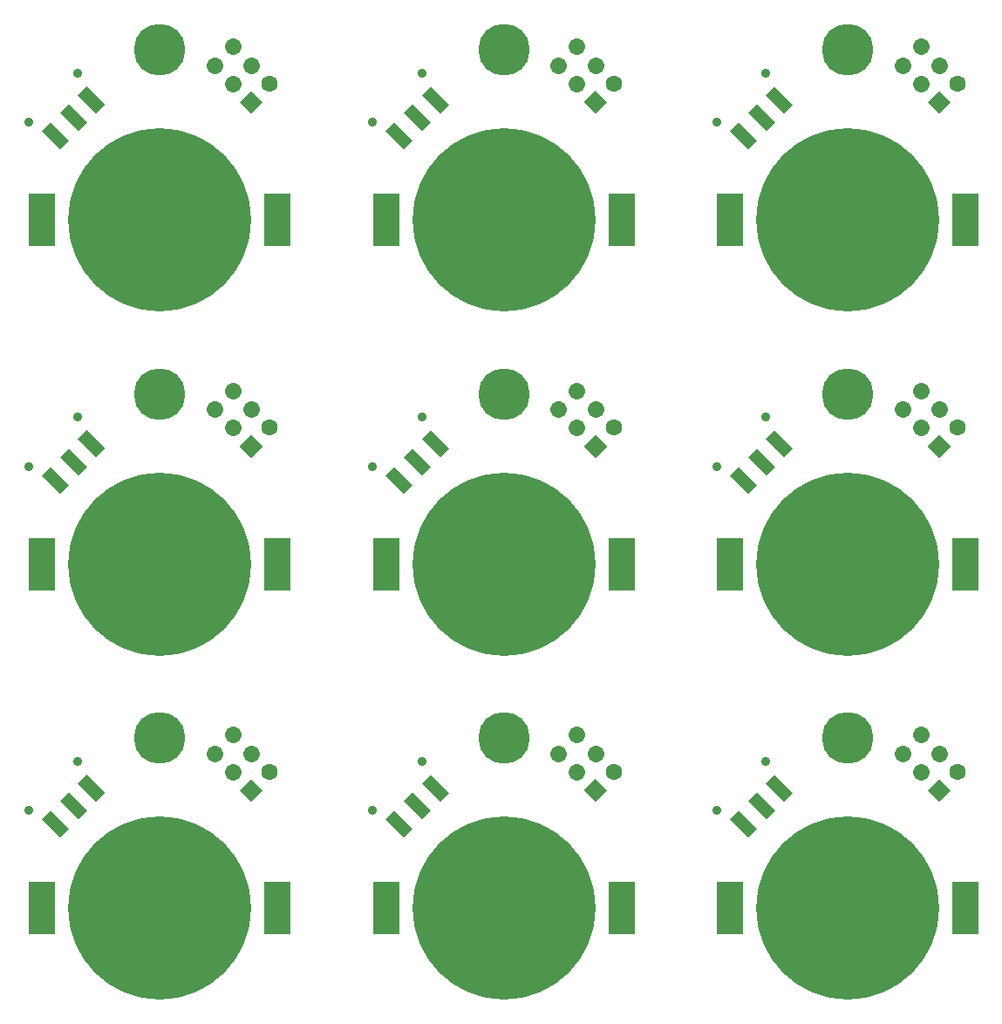
<source format=gbs>
%MOIN*%
%OFA0B0*%
%FSLAX46Y46*%
%IPPOS*%
%LPD*%
%ADD10C,0.0039370078740157488*%
%ADD11C,0.19685039370078741*%
%ADD12C,0.70000000000000007*%
%ADD13R,0.1X0.2*%
%ADD14C,0.062992125984251982*%
%ADD15C,0.062992125984251982*%
%ADD16C,0.035433070866141732*%
%ADD27C,0.0039370078740157488*%
%ADD28C,0.19685039370078741*%
%ADD29C,0.70000000000000007*%
%ADD30R,0.1X0.2*%
%ADD31C,0.062992125984251982*%
%ADD32C,0.062992125984251982*%
%ADD33C,0.035433070866141732*%
%ADD34C,0.0039370078740157488*%
%ADD35C,0.19685039370078741*%
%ADD36C,0.70000000000000007*%
%ADD37R,0.1X0.2*%
%ADD38C,0.062992125984251982*%
%ADD39C,0.062992125984251982*%
%ADD40C,0.035433070866141732*%
%ADD41C,0.0039370078740157488*%
%ADD42C,0.19685039370078741*%
%ADD43C,0.70000000000000007*%
%ADD44R,0.1X0.2*%
%ADD45C,0.062992125984251982*%
%ADD46C,0.062992125984251982*%
%ADD47C,0.035433070866141732*%
%ADD48C,0.0039370078740157488*%
%ADD49C,0.19685039370078741*%
%ADD50C,0.70000000000000007*%
%ADD51R,0.1X0.2*%
%ADD52C,0.062992125984251982*%
%ADD53C,0.062992125984251982*%
%ADD54C,0.035433070866141732*%
%ADD55C,0.0039370078740157488*%
%ADD56C,0.19685039370078741*%
%ADD57C,0.70000000000000007*%
%ADD58R,0.1X0.2*%
%ADD59C,0.062992125984251982*%
%ADD60C,0.062992125984251982*%
%ADD61C,0.035433070866141732*%
%ADD62C,0.0039370078740157488*%
%ADD63C,0.19685039370078741*%
%ADD64C,0.70000000000000007*%
%ADD65R,0.1X0.2*%
%ADD66C,0.062992125984251982*%
%ADD67C,0.062992125984251982*%
%ADD68C,0.035433070866141732*%
%ADD69C,0.0039370078740157488*%
%ADD70C,0.19685039370078741*%
%ADD71C,0.70000000000000007*%
%ADD72R,0.1X0.2*%
%ADD73C,0.062992125984251982*%
%ADD74C,0.062992125984251982*%
%ADD75C,0.035433070866141732*%
%ADD76C,0.0039370078740157488*%
%ADD77C,0.19685039370078741*%
%ADD78C,0.70000000000000007*%
%ADD79R,0.1X0.2*%
%ADD80C,0.062992125984251982*%
%ADD81C,0.062992125984251982*%
%ADD82C,0.035433070866141732*%
G01*
D10*
D11*
X-0007591779Y0004208262D02*
X0000608220Y0001058262D03*
D12*
X0000608220Y0000408262D03*
D13*
X0001058220Y0000408262D03*
X0000158220Y0000408262D03*
D10*
G36*
X0000958220Y0000813720D02*
X0000913677Y0000858262D01*
X0000958220Y0000902804D01*
X0001002762Y0000858262D01*
X0000958220Y0000813720D01*
X0000958220Y0000813720D01*
G37*
D14*
X0001028930Y0000928972D03*
D15*
X0000887509Y0000928972D02*
X0000887509Y0000928972D01*
X0000958220Y0000999683D02*
X0000958220Y0000999683D01*
X0000816798Y0000999683D02*
X0000816798Y0000999683D01*
X0000887509Y0001070394D02*
X0000887509Y0001070394D01*
D16*
X0000296315Y0000969471D03*
D10*
G36*
X0000226718Y0000677163D02*
X0000157121Y0000746760D01*
X0000190527Y0000780167D01*
X0000260124Y0000710569D01*
X0000226718Y0000677163D01*
X0000226718Y0000677163D01*
G37*
G36*
X0000297428Y0000747873D02*
X0000227831Y0000817471D01*
X0000261238Y0000850877D01*
X0000330835Y0000781280D01*
X0000297428Y0000747873D01*
X0000297428Y0000747873D01*
G37*
G36*
X0000365912Y0000816357D02*
X0000296315Y0000885954D01*
X0000329722Y0000919361D01*
X0000399319Y0000849764D01*
X0000365912Y0000816357D01*
X0000365912Y0000816357D01*
G37*
D16*
X0000107011Y0000780167D03*
G04 next file*
G04 #@! TF.FileFunction,Soldermask,Bot*
G04 Gerber Fmt 4.6, Leading zero omitted, Abs format (unit mm)*
G04 Created by KiCad (PCBNEW 4.0.6) date 10/10/19 08:50:29*
G01*
G04 APERTURE LIST*
G04 APERTURE END LIST*
D27*
D28*
X-0007591779Y0005523211D02*
X0000608220Y0002373211D03*
D29*
X0000608220Y0001723211D03*
D30*
X0001058220Y0001723211D03*
X0000158220Y0001723211D03*
D27*
G36*
X0000958220Y0002128669D02*
X0000913677Y0002173211D01*
X0000958220Y0002217754D01*
X0001002762Y0002173211D01*
X0000958220Y0002128669D01*
X0000958220Y0002128669D01*
G37*
D31*
X0001028930Y0002243922D03*
D32*
X0000887509Y0002243922D02*
X0000887509Y0002243922D01*
X0000958220Y0002314633D02*
X0000958220Y0002314633D01*
X0000816798Y0002314633D02*
X0000816798Y0002314633D01*
X0000887509Y0002385343D02*
X0000887509Y0002385343D01*
D33*
X0000296315Y0002284420D03*
D27*
G36*
X0000226718Y0001992112D02*
X0000157121Y0002061709D01*
X0000190527Y0002095116D01*
X0000260124Y0002025519D01*
X0000226718Y0001992112D01*
X0000226718Y0001992112D01*
G37*
G36*
X0000297428Y0002062823D02*
X0000227831Y0002132420D01*
X0000261238Y0002165827D01*
X0000330835Y0002096230D01*
X0000297428Y0002062823D01*
X0000297428Y0002062823D01*
G37*
G36*
X0000365912Y0002131307D02*
X0000296315Y0002200904D01*
X0000329722Y0002234310D01*
X0000399319Y0002164713D01*
X0000365912Y0002131307D01*
X0000365912Y0002131307D01*
G37*
D33*
X0000107011Y0002095116D03*
G04 next file*
G04 #@! TF.FileFunction,Soldermask,Bot*
G04 Gerber Fmt 4.6, Leading zero omitted, Abs format (unit mm)*
G04 Created by KiCad (PCBNEW 4.0.6) date 10/10/19 08:50:29*
G01*
G04 APERTURE LIST*
G04 APERTURE END LIST*
D34*
D35*
X-0007591779Y0006838161D02*
X0000608220Y0003688161D03*
D36*
X0000608220Y0003038161D03*
D37*
X0001058220Y0003038161D03*
X0000158220Y0003038161D03*
D34*
G36*
X0000958220Y0003443619D02*
X0000913677Y0003488161D01*
X0000958220Y0003532703D01*
X0001002762Y0003488161D01*
X0000958220Y0003443619D01*
X0000958220Y0003443619D01*
G37*
D38*
X0001028930Y0003558872D03*
D39*
X0000887509Y0003558872D02*
X0000887509Y0003558872D01*
X0000958220Y0003629582D02*
X0000958220Y0003629582D01*
X0000816798Y0003629582D02*
X0000816798Y0003629582D01*
X0000887509Y0003700293D02*
X0000887509Y0003700293D01*
D40*
X0000296315Y0003599370D03*
D34*
G36*
X0000226718Y0003307062D02*
X0000157121Y0003376659D01*
X0000190527Y0003410066D01*
X0000260124Y0003340469D01*
X0000226718Y0003307062D01*
X0000226718Y0003307062D01*
G37*
G36*
X0000297428Y0003377773D02*
X0000227831Y0003447370D01*
X0000261238Y0003480776D01*
X0000330835Y0003411179D01*
X0000297428Y0003377773D01*
X0000297428Y0003377773D01*
G37*
G36*
X0000365912Y0003446256D02*
X0000296315Y0003515853D01*
X0000329722Y0003549260D01*
X0000399319Y0003479663D01*
X0000365912Y0003446256D01*
X0000365912Y0003446256D01*
G37*
D40*
X0000107011Y0003410066D03*
G04 next file*
G04 #@! TF.FileFunction,Soldermask,Bot*
G04 Gerber Fmt 4.6, Leading zero omitted, Abs format (unit mm)*
G04 Created by KiCad (PCBNEW 4.0.6) date 10/10/19 08:50:29*
G01*
G04 APERTURE LIST*
G04 APERTURE END LIST*
D41*
D42*
X-0006276858Y0004208262D02*
X0001923141Y0001058262D03*
D43*
X0001923141Y0000408262D03*
D44*
X0002373141Y0000408262D03*
X0001473141Y0000408262D03*
D41*
G36*
X0002273141Y0000813720D02*
X0002228599Y0000858262D01*
X0002273141Y0000902804D01*
X0002317683Y0000858262D01*
X0002273141Y0000813720D01*
X0002273141Y0000813720D01*
G37*
D45*
X0002343852Y0000928972D03*
D46*
X0002202430Y0000928972D02*
X0002202430Y0000928972D01*
X0002273141Y0000999683D02*
X0002273141Y0000999683D01*
X0002131720Y0000999683D02*
X0002131720Y0000999683D01*
X0002202430Y0001070394D02*
X0002202430Y0001070394D01*
D47*
X0001611236Y0000969471D03*
D41*
G36*
X0001541639Y0000677163D02*
X0001472042Y0000746760D01*
X0001505449Y0000780167D01*
X0001575046Y0000710569D01*
X0001541639Y0000677163D01*
X0001541639Y0000677163D01*
G37*
G36*
X0001612350Y0000747873D02*
X0001542753Y0000817471D01*
X0001576159Y0000850877D01*
X0001645756Y0000781280D01*
X0001612350Y0000747873D01*
X0001612350Y0000747873D01*
G37*
G36*
X0001680833Y0000816357D02*
X0001611236Y0000885954D01*
X0001644643Y0000919361D01*
X0001714240Y0000849764D01*
X0001680833Y0000816357D01*
X0001680833Y0000816357D01*
G37*
D47*
X0001421932Y0000780167D03*
G04 next file*
G04 #@! TF.FileFunction,Soldermask,Bot*
G04 Gerber Fmt 4.6, Leading zero omitted, Abs format (unit mm)*
G04 Created by KiCad (PCBNEW 4.0.6) date 10/10/19 08:50:29*
G01*
G04 APERTURE LIST*
G04 APERTURE END LIST*
D48*
D49*
X-0004961937Y0004208262D02*
X0003238062Y0001058262D03*
D50*
X0003238062Y0000408262D03*
D51*
X0003688062Y0000408262D03*
X0002788062Y0000408262D03*
D48*
G36*
X0003588062Y0000813720D02*
X0003543520Y0000858262D01*
X0003588062Y0000902804D01*
X0003632605Y0000858262D01*
X0003588062Y0000813720D01*
X0003588062Y0000813720D01*
G37*
D52*
X0003658773Y0000928972D03*
D53*
X0003517352Y0000928972D02*
X0003517352Y0000928972D01*
X0003588062Y0000999683D02*
X0003588062Y0000999683D01*
X0003446641Y0000999683D02*
X0003446641Y0000999683D01*
X0003517352Y0001070394D02*
X0003517352Y0001070394D01*
D54*
X0002926158Y0000969471D03*
D48*
G36*
X0002856560Y0000677163D02*
X0002786963Y0000746760D01*
X0002820370Y0000780167D01*
X0002889967Y0000710569D01*
X0002856560Y0000677163D01*
X0002856560Y0000677163D01*
G37*
G36*
X0002927271Y0000747873D02*
X0002857674Y0000817471D01*
X0002891081Y0000850877D01*
X0002960678Y0000781280D01*
X0002927271Y0000747873D01*
X0002927271Y0000747873D01*
G37*
G36*
X0002995755Y0000816357D02*
X0002926158Y0000885954D01*
X0002959564Y0000919361D01*
X0003029161Y0000849764D01*
X0002995755Y0000816357D01*
X0002995755Y0000816357D01*
G37*
D54*
X0002736853Y0000780167D03*
G04 next file*
G04 #@! TF.FileFunction,Soldermask,Bot*
G04 Gerber Fmt 4.6, Leading zero omitted, Abs format (unit mm)*
G04 Created by KiCad (PCBNEW 4.0.6) date 10/10/19 08:50:29*
G01*
G04 APERTURE LIST*
G04 APERTURE END LIST*
D55*
D56*
X-0006276858Y0005523211D02*
X0001923141Y0002373211D03*
D57*
X0001923141Y0001723211D03*
D58*
X0002373141Y0001723211D03*
X0001473141Y0001723211D03*
D55*
G36*
X0002273141Y0002128669D02*
X0002228599Y0002173211D01*
X0002273141Y0002217754D01*
X0002317683Y0002173211D01*
X0002273141Y0002128669D01*
X0002273141Y0002128669D01*
G37*
D59*
X0002343852Y0002243922D03*
D60*
X0002202430Y0002243922D02*
X0002202430Y0002243922D01*
X0002273141Y0002314633D02*
X0002273141Y0002314633D01*
X0002131720Y0002314633D02*
X0002131720Y0002314633D01*
X0002202430Y0002385343D02*
X0002202430Y0002385343D01*
D61*
X0001611236Y0002284420D03*
D55*
G36*
X0001541639Y0001992112D02*
X0001472042Y0002061709D01*
X0001505449Y0002095116D01*
X0001575046Y0002025519D01*
X0001541639Y0001992112D01*
X0001541639Y0001992112D01*
G37*
G36*
X0001612350Y0002062823D02*
X0001542753Y0002132420D01*
X0001576159Y0002165827D01*
X0001645756Y0002096230D01*
X0001612350Y0002062823D01*
X0001612350Y0002062823D01*
G37*
G36*
X0001680833Y0002131307D02*
X0001611236Y0002200904D01*
X0001644643Y0002234310D01*
X0001714240Y0002164713D01*
X0001680833Y0002131307D01*
X0001680833Y0002131307D01*
G37*
D61*
X0001421932Y0002095116D03*
G04 next file*
G04 #@! TF.FileFunction,Soldermask,Bot*
G04 Gerber Fmt 4.6, Leading zero omitted, Abs format (unit mm)*
G04 Created by KiCad (PCBNEW 4.0.6) date 10/10/19 08:50:29*
G01*
G04 APERTURE LIST*
G04 APERTURE END LIST*
D62*
D63*
X-0006276858Y0006838161D02*
X0001923141Y0003688161D03*
D64*
X0001923141Y0003038161D03*
D65*
X0002373141Y0003038161D03*
X0001473141Y0003038161D03*
D62*
G36*
X0002273141Y0003443619D02*
X0002228599Y0003488161D01*
X0002273141Y0003532703D01*
X0002317683Y0003488161D01*
X0002273141Y0003443619D01*
X0002273141Y0003443619D01*
G37*
D66*
X0002343852Y0003558872D03*
D67*
X0002202430Y0003558872D02*
X0002202430Y0003558872D01*
X0002273141Y0003629582D02*
X0002273141Y0003629582D01*
X0002131720Y0003629582D02*
X0002131720Y0003629582D01*
X0002202430Y0003700293D02*
X0002202430Y0003700293D01*
D68*
X0001611236Y0003599370D03*
D62*
G36*
X0001541639Y0003307062D02*
X0001472042Y0003376659D01*
X0001505449Y0003410066D01*
X0001575046Y0003340469D01*
X0001541639Y0003307062D01*
X0001541639Y0003307062D01*
G37*
G36*
X0001612350Y0003377773D02*
X0001542753Y0003447370D01*
X0001576159Y0003480776D01*
X0001645756Y0003411179D01*
X0001612350Y0003377773D01*
X0001612350Y0003377773D01*
G37*
G36*
X0001680833Y0003446256D02*
X0001611236Y0003515853D01*
X0001644643Y0003549260D01*
X0001714240Y0003479663D01*
X0001680833Y0003446256D01*
X0001680833Y0003446256D01*
G37*
D68*
X0001421932Y0003410066D03*
G04 next file*
G04 #@! TF.FileFunction,Soldermask,Bot*
G04 Gerber Fmt 4.6, Leading zero omitted, Abs format (unit mm)*
G04 Created by KiCad (PCBNEW 4.0.6) date 10/10/19 08:50:29*
G01*
G04 APERTURE LIST*
G04 APERTURE END LIST*
D69*
D70*
X-0004961937Y0005523211D02*
X0003238062Y0002373211D03*
D71*
X0003238062Y0001723211D03*
D72*
X0003688062Y0001723211D03*
X0002788062Y0001723211D03*
D69*
G36*
X0003588062Y0002128669D02*
X0003543520Y0002173211D01*
X0003588062Y0002217754D01*
X0003632605Y0002173211D01*
X0003588062Y0002128669D01*
X0003588062Y0002128669D01*
G37*
D73*
X0003658773Y0002243922D03*
D74*
X0003517352Y0002243922D02*
X0003517352Y0002243922D01*
X0003588062Y0002314633D02*
X0003588062Y0002314633D01*
X0003446641Y0002314633D02*
X0003446641Y0002314633D01*
X0003517352Y0002385343D02*
X0003517352Y0002385343D01*
D75*
X0002926158Y0002284420D03*
D69*
G36*
X0002856560Y0001992112D02*
X0002786963Y0002061709D01*
X0002820370Y0002095116D01*
X0002889967Y0002025519D01*
X0002856560Y0001992112D01*
X0002856560Y0001992112D01*
G37*
G36*
X0002927271Y0002062823D02*
X0002857674Y0002132420D01*
X0002891081Y0002165827D01*
X0002960678Y0002096230D01*
X0002927271Y0002062823D01*
X0002927271Y0002062823D01*
G37*
G36*
X0002995755Y0002131307D02*
X0002926158Y0002200904D01*
X0002959564Y0002234310D01*
X0003029161Y0002164713D01*
X0002995755Y0002131307D01*
X0002995755Y0002131307D01*
G37*
D75*
X0002736853Y0002095116D03*
G04 next file*
G04 #@! TF.FileFunction,Soldermask,Bot*
G04 Gerber Fmt 4.6, Leading zero omitted, Abs format (unit mm)*
G04 Created by KiCad (PCBNEW 4.0.6) date 10/10/19 08:50:29*
G01*
G04 APERTURE LIST*
G04 APERTURE END LIST*
D76*
D77*
X-0004961937Y0006838161D02*
X0003238062Y0003688161D03*
D78*
X0003238062Y0003038161D03*
D79*
X0003688062Y0003038161D03*
X0002788062Y0003038161D03*
D76*
G36*
X0003588062Y0003443619D02*
X0003543520Y0003488161D01*
X0003588062Y0003532703D01*
X0003632605Y0003488161D01*
X0003588062Y0003443619D01*
X0003588062Y0003443619D01*
G37*
D80*
X0003658773Y0003558872D03*
D81*
X0003517352Y0003558872D02*
X0003517352Y0003558872D01*
X0003588062Y0003629582D02*
X0003588062Y0003629582D01*
X0003446641Y0003629582D02*
X0003446641Y0003629582D01*
X0003517352Y0003700293D02*
X0003517352Y0003700293D01*
D82*
X0002926158Y0003599370D03*
D76*
G36*
X0002856560Y0003307062D02*
X0002786963Y0003376659D01*
X0002820370Y0003410066D01*
X0002889967Y0003340469D01*
X0002856560Y0003307062D01*
X0002856560Y0003307062D01*
G37*
G36*
X0002927271Y0003377773D02*
X0002857674Y0003447370D01*
X0002891081Y0003480776D01*
X0002960678Y0003411179D01*
X0002927271Y0003377773D01*
X0002927271Y0003377773D01*
G37*
G36*
X0002995755Y0003446256D02*
X0002926158Y0003515853D01*
X0002959564Y0003549260D01*
X0003029161Y0003479663D01*
X0002995755Y0003446256D01*
X0002995755Y0003446256D01*
G37*
D82*
X0002736853Y0003410066D03*
M02*
</source>
